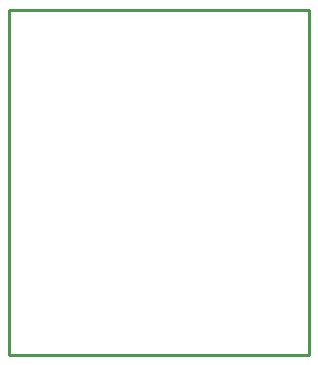
<source format=gbr>
G04 EAGLE Gerber RS-274X export*
G75*
%MOMM*%
%FSLAX34Y34*%
%LPD*%
%IN*%
%IPPOS*%
%AMOC8*
5,1,8,0,0,1.08239X$1,22.5*%
G01*
G04 Define Apertures*
%ADD10C,0.254000*%
D10*
X38100Y25400D02*
X292100Y25400D01*
X292100Y317500D01*
X38100Y317500D01*
X38100Y25400D01*
M02*

</source>
